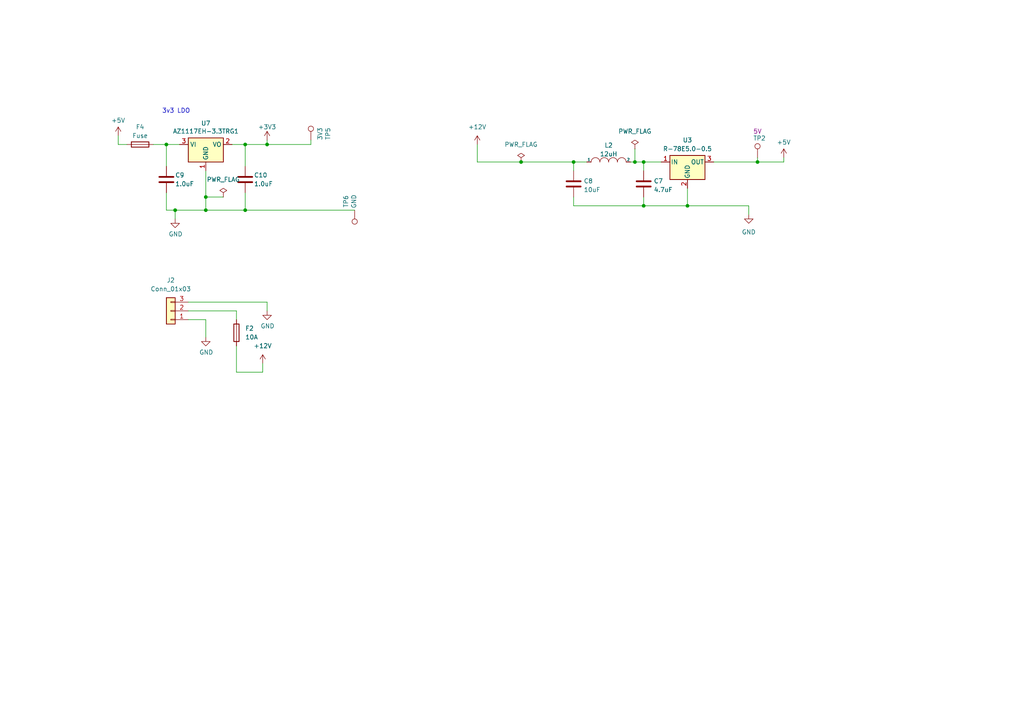
<source format=kicad_sch>
(kicad_sch (version 20230121) (generator eeschema)
  (paper "A4")
  (lib_symbols
    (symbol "Connector:TestPoint" (pin_numbers hide) (pin_names (offset 0.762) hide)
      (property "Reference" "TP" (at 0 6.858 0))
      (property "Value" "TestPoint" (at 0 5.08 0))
      (symbol "TestPoint_0_1"
        (circle (center 0 3.302) (radius 0.762))
      )
      (symbol "TestPoint_1_1"
        (pin passive line (at 0 0 90) (length 2.54) (name "1") (number "1"))
      )
    )
    (symbol "Connector_Generic:Conn_01x03" (pin_names (offset 1.016) hide)
      (property "Reference" "J" (at 0 5.08 0))
      (property "Value" "Conn_01x03" (at 0 -5.08 0))
      (symbol "Conn_01x03_1_1"
        (rectangle (start -1.27 -2.413) (end 0 -2.667) (stroke (width 0.1524)))
        (rectangle (start -1.27 0.127) (end 0 -0.127) (stroke (width 0.1524)))
        (rectangle (start -1.27 2.667) (end 0 2.413) (stroke (width 0.1524)))
        (rectangle (start -1.27 3.81) (end 1.27 -3.81) (stroke (width 0.254)) (fill (type background)))
        (pin passive line (at -5.08 2.54 0) (length 3.81) (name "Pin_1") (number "1"))
        (pin passive line (at -5.08 0 0) (length 3.81) (name "Pin_2") (number "2"))
        (pin passive line (at -5.08 -2.54 0) (length 3.81) (name "Pin_3") (number "3"))
      )
    )
    (symbol "Device:C" (pin_numbers hide) (pin_names (offset 0.254))
      (property "Reference" "C" (at 0.635 2.54 0))
      (property "Value" "C" (at 0.635 -2.54 0))
      (symbol "C_0_1"
        (polyline (pts (xy -2.032 -0.762) (xy 2.032 -0.762)) (stroke (width 0.508)))
        (polyline (pts (xy -2.032 0.762) (xy 2.032 0.762)) (stroke (width 0.508)))
      )
      (symbol "C_1_1"
        (pin passive line (at 0 3.81 270) (length 2.794) (name "~") (number "1"))
        (pin passive line (at 0 -3.81 90) (length 2.794) (name "~") (number "2"))
      )
    )
    (symbol "Device:Fuse" (pin_numbers hide) (pin_names (offset 0))
      (property "Reference" "F" (at 2.032 0 90))
      (property "Value" "Fuse" (at -1.905 0 90))
      (symbol "Fuse_0_1"
        (rectangle (start -0.762 -2.54) (end 0.762 2.54) (stroke (width 0.254)))
        (polyline (pts (xy 0 2.54) (xy 0 -2.54)))
      )
      (symbol "Fuse_1_1"
        (pin passive line (at 0 3.81 270) (length 1.27) (name "~") (number "1"))
        (pin passive line (at 0 -3.81 90) (length 1.27) (name "~") (number "2"))
      )
    )
    (symbol "Regulator_Linear:AP1117-25"
      (property "Reference" "U" (at -3.81 3.175 0))
      (property "Value" "AP1117-25" (at 0 3.175 0))
      (symbol "AP1117-25_0_1"
        (rectangle (start -5.08 -5.08) (end 5.08 1.905) (stroke (width 0.254)) (fill (type background)))
      )
      (symbol "AP1117-25_1_1"
        (pin power_in line (at 0 -7.62 90) (length 2.54) (name "GND") (number "1"))
        (pin power_out line (at 7.62 0 180) (length 2.54) (name "VO") (number "2"))
        (pin power_in line (at -7.62 0 0) (length 2.54) (name "VI") (number "3"))
      )
    )
    (symbol "Regulator_Switching:R-78E5.0-0.5" (pin_names (offset 0.254))
      (property "Reference" "U" (at -3.81 3.175 0))
      (property "Value" "R-78E5.0-0.5" (at 0 3.175 0))
      (symbol "R-78E5.0-0.5_0_1"
        (rectangle (start -5.08 1.905) (end 5.08 -5.08) (stroke (width 0.254)) (fill (type background)))
      )
      (symbol "R-78E5.0-0.5_1_1"
        (pin power_in line (at -7.62 0 0) (length 2.54) (name "IN") (number "1"))
        (pin power_in line (at 0 -7.62 90) (length 2.54) (name "GND") (number "2"))
        (pin power_out line (at 7.62 0 180) (length 2.54) (name "OUT") (number "3"))
      )
    )
    (symbol "device:C" (pin_numbers hide) (pin_names (offset 0.254))
      (property "Reference" "C" (at 0.635 2.54 0))
      (property "Value" "C" (at 0.635 -2.54 0))
      (symbol "C_0_1"
        (polyline (pts (xy -2.032 -0.762) (xy 2.032 -0.762)) (stroke (width 0.508)))
        (polyline (pts (xy -2.032 0.762) (xy 2.032 0.762)) (stroke (width 0.508)))
      )
      (symbol "C_1_1"
        (pin passive line (at 0 3.81 270) (length 2.794) (name "~") (number "1"))
        (pin passive line (at 0 -3.81 90) (length 2.794) (name "~") (number "2"))
      )
    )
    (symbol "power:+12V" (power) (pin_names (offset 0))
      (property "Value" "+12V" (at 0 3.556 0))
      (symbol "+12V_0_1"
        (polyline (pts (xy -0.762 1.27) (xy 0 2.54)))
        (polyline (pts (xy 0 0) (xy 0 2.54)))
        (polyline (pts (xy 0 2.54) (xy 0.762 1.27)))
      )
      (symbol "+12V_1_1"
        (pin power_in line (at 0 0 90) (length 0) hide (name "+12V") (number "1"))
      )
    )
    (symbol "power:+3V3" (power) (pin_names (offset 0))
      (property "Value" "+3V3" (at 0 3.556 0))
      (symbol "+3V3_0_1"
        (polyline (pts (xy -0.762 1.27) (xy 0 2.54)))
        (polyline (pts (xy 0 0) (xy 0 2.54)))
        (polyline (pts (xy 0 2.54) (xy 0.762 1.27)))
      )
      (symbol "+3V3_1_1"
        (pin power_in line (at 0 0 90) (length 0) hide (name "+3V3") (number "1"))
      )
    )
    (symbol "power:+5V" (power) (pin_names (offset 0))
      (property "Value" "+5V" (at 0 3.556 0))
      (symbol "+5V_0_1"
        (polyline (pts (xy -0.762 1.27) (xy 0 2.54)))
        (polyline (pts (xy 0 0) (xy 0 2.54)))
        (polyline (pts (xy 0 2.54) (xy 0.762 1.27)))
      )
      (symbol "+5V_1_1"
        (pin power_in line (at 0 0 90) (length 0) hide (name "+5V") (number "1"))
      )
    )
    (symbol "power:GND" (power) (pin_names (offset 0))
      (property "Value" "GND" (at 0 -3.81 0))
      (symbol "GND_0_1"
        (polyline (pts (xy 0 0) (xy 0 -1.27) (xy 1.27 -1.27) (xy 0 -2.54) (xy -1.27 -1.27) (xy 0 -1.27)))
      )
      (symbol "GND_1_1"
        (pin power_in line (at 0 0 270) (length 0) hide (name "GND") (number "1"))
      )
    )
    (symbol "power:PWR_FLAG" (power) (pin_numbers hide) (pin_names (offset 0) hide)
      (property "Value" "PWR_FLAG" (at 0 3.81 0))
      (symbol "PWR_FLAG_0_0"
        (pin power_out line (at 0 0 90) (length 0) (name "pwr") (number "1"))
      )
      (symbol "PWR_FLAG_0_1"
        (polyline (pts (xy 0 0) (xy 0 1.27) (xy -1.016 1.905) (xy 0 2.54) (xy 1.016 1.905) (xy 0 1.27)))
      )
    )
    (symbol "pspice:INDUCTOR" (pin_numbers hide) (pin_names (offset 0))
      (property "Reference" "L" (at 0 2.54 0))
      (property "Value" "INDUCTOR" (at 0 -1.27 0))
      (symbol "INDUCTOR_0_1"
        (arc (start -2.54 0) (mid -3.81 1.2645) (end -5.08 0))
        (arc (start 0 0) (mid -1.27 1.2645) (end -2.54 0))
        (arc (start 2.54 0) (mid 1.27 1.2645) (end 0 0))
        (arc (start 5.08 0) (mid 3.81 1.2645) (end 2.54 0))
      )
      (symbol "INDUCTOR_1_1"
        (pin input line (at -6.35 0 0) (length 1.27) (name "1") (number "1"))
        (pin input line (at 6.35 0 180) (length 1.27) (name "2") (number "2"))
      )
    )
  )
  (junction (at 186.69 46.99))
  (junction (at 59.69 60.96))
  (junction (at 151.13 46.99))
  (junction (at 219.71 46.99))
  (junction (at 48.26 41.91))
  (junction (at 166.37 46.99))
  (junction (at 50.8 60.96))
  (junction (at 77.47 41.91))
  (junction (at 186.69 59.69))
  (junction (at 59.69 57.15))
  (junction (at 184.15 46.99))
  (junction (at 71.12 41.91))
  (junction (at 71.12 60.96))
  (junction (at 199.39 59.69))
  (wire (pts (xy 219.71 46.99) (xy 227.33 46.99)))
  (wire (pts (xy 48.26 41.91) (xy 52.07 41.91)))
  (wire (pts (xy 48.26 60.96) (xy 50.8 60.96)))
  (wire (pts (xy 67.31 41.91) (xy 71.12 41.91)))
  (wire (pts (xy 186.69 46.99) (xy 191.77 46.99)))
  (wire (pts (xy 184.15 43.18) (xy 184.15 46.99)))
  (wire (pts (xy 34.29 41.91) (xy 34.29 39.37)))
  (wire (pts (xy 77.47 90.17) (xy 77.47 87.63)))
  (wire (pts (xy 71.12 60.96) (xy 102.87 60.96)))
  (wire (pts (xy 166.37 46.99) (xy 166.37 49.53)))
  (wire (pts (xy 199.39 54.61) (xy 199.39 59.69)))
  (wire (pts (xy 48.26 55.88) (xy 48.26 60.96)))
  (wire (pts (xy 68.58 107.95) (xy 76.2 107.95)))
  (wire (pts (xy 77.47 41.91) (xy 77.47 40.64)))
  (wire (pts (xy 48.26 41.91) (xy 48.26 48.26)))
  (wire (pts (xy 166.37 46.99) (xy 170.18 46.99)))
  (wire (pts (xy 199.39 59.69) (xy 217.17 59.69)))
  (wire (pts (xy 59.69 60.96) (xy 71.12 60.96)))
  (wire (pts (xy 44.45 41.91) (xy 48.26 41.91)))
  (wire (pts (xy 77.47 41.91) (xy 90.17 41.91)))
  (wire (pts (xy 138.43 41.91) (xy 138.43 46.99)))
  (wire (pts (xy 54.61 92.71) (xy 59.69 92.71)))
  (wire (pts (xy 71.12 55.88) (xy 71.12 60.96)))
  (wire (pts (xy 68.58 90.17) (xy 54.61 90.17)))
  (wire (pts (xy 184.15 46.99) (xy 186.69 46.99)))
  (wire (pts (xy 59.69 49.53) (xy 59.69 57.15)))
  (wire (pts (xy 227.33 45.72) (xy 227.33 46.99)))
  (wire (pts (xy 207.01 46.99) (xy 219.71 46.99)))
  (wire (pts (xy 151.13 46.99) (xy 166.37 46.99)))
  (wire (pts (xy 50.8 60.96) (xy 59.69 60.96)))
  (wire (pts (xy 182.88 46.99) (xy 184.15 46.99)))
  (wire (pts (xy 166.37 57.15) (xy 166.37 59.69)))
  (wire (pts (xy 186.69 59.69) (xy 199.39 59.69)))
  (wire (pts (xy 186.69 57.15) (xy 186.69 59.69)))
  (wire (pts (xy 34.29 41.91) (xy 36.83 41.91)))
  (wire (pts (xy 138.43 46.99) (xy 151.13 46.99)))
  (wire (pts (xy 59.69 92.71) (xy 59.69 97.79)))
  (wire (pts (xy 217.17 59.69) (xy 217.17 62.23)))
  (wire (pts (xy 186.69 46.99) (xy 186.69 49.53)))
  (wire (pts (xy 71.12 41.91) (xy 77.47 41.91)))
  (wire (pts (xy 50.8 63.5) (xy 50.8 60.96)))
  (wire (pts (xy 59.69 57.15) (xy 59.69 60.96)))
  (wire (pts (xy 77.47 87.63) (xy 54.61 87.63)))
  (wire (pts (xy 68.58 107.95) (xy 68.58 100.33)))
  (wire (pts (xy 76.2 105.41) (xy 76.2 107.95)))
  (wire (pts (xy 166.37 59.69) (xy 186.69 59.69)))
  (wire (pts (xy 59.69 57.15) (xy 64.77 57.15)))
  (wire (pts (xy 68.58 92.71) (xy 68.58 90.17)))
  (wire (pts (xy 71.12 48.26) (xy 71.12 41.91)))
  (wire (pts (xy 219.71 45.72) (xy 219.71 46.99)))
  (wire (pts (xy 90.17 41.91) (xy 90.17 40.64)))
  (text "3v3 LDO" (at 46.99 33.02 0) (effects (font (size 1.27 1.27)) (justify left bottom)))
  (symbol (lib_id "Device:Fuse") (at 40.64 41.91 90) (unit 1)
    (property "Reference" "F4" (at 40.64 36.83 90))
    (property "Value" "Fuse" (at 40.64 39.37 90))
    (property "Footprint" "Fuse:Fuse_0603_1608Metric" (effects hide))
  )
  (symbol (lib_id "power:GND") (at 77.47 90.17 0) (unit 1)
    (property "Reference" "#PWR014" (effects hide))
    (property "Value" "GND" (at 77.597 94.5642 0))
    (instances (project "WaterBlaster" (path "" (reference "#PWR014") (unit 1))) (project "CANalyzer_v4.0" (path "" (reference "#PWR048") (unit 1))) (project "WaterBlasterV2" (path "" (reference "#PWR041") (unit 1))) (project "CANalyzer_v3.0" (path "" (reference "#PWR0114") (unit 1))))
  )
  (symbol (lib_id "Regulator_Linear:AP1117-25") (at 59.69 41.91 0) (unit 1)
    (property "Reference" "U7" (at 59.69 35.7632 0))
    (property "Value" "AZ1117EH-3.3TRG1" (at 59.69 38.0746 0))
    (property "Footprint" "Package_TO_SOT_SMD:SOT-223-3_TabPin2" (effects hide))
    (property "Datasheet" "http://www.diodes.com/datasheets/AP1117.pdf" (effects hide))
    (property "MPN" "AZ1117EH-3.3TRG1" (effects hide))
    (instances (project "WaterBlaster" (path "" (reference "U7") (unit 1))) (project "CANalyzer_v4.0" (path "" (reference "U11") (unit 1))) (project "WaterBlasterV2" (path "" (reference "U1") (unit 1))) (project "CANalyzer_v3.0" (path "" (reference "U6") (unit 1))))
  )
  (symbol (lib_id "power:+5V") (at 34.29 39.37 0) (unit 1)
    (property "Reference" "#PWR016" (effects hide))
    (property "Value" "+5V" (at 34.29 34.925 0))
    (instances (project "WaterBlaster" (path "" (reference "#PWR016") (unit 1))) (project "CANalyzer_v4.0" (path "" (reference "#PWR030") (unit 1))) (project "WaterBlasterV2" (path "" (reference "#PWR01") (unit 1))))
  )
  (symbol (lib_id "Connector:TestPoint") (at 102.87 60.96 180) (unit 1)
    (property "Reference" "TP6" (at 100.33 58.42 90))
    (property "Value" "GND" (at 102.6414 58.42 90))
    (property "Footprint" "TestPoint:TestPoint_THTPad_D1.0mm_Drill0.5mm" (effects hide))
    (property "Note" "GND" (effects hide))
    (property "DNP" "DNP" (effects hide))
    (instances (project "WaterBlaster" (path "" (reference "TP6") (unit 1))) (project "CANalyzer_v4.0" (path "" (reference "TP15") (unit 1))) (project "WaterBlasterV2" (path "" (reference "TP2") (unit 1))) (project "CANalyzer_v3.0" (path "" (reference "TP16") (unit 1))))
  )
  (symbol (lib_id "pspice:INDUCTOR") (at 176.53 46.99 0) (unit 1)
    (property "Reference" "L2" (at 176.53 42.1472 0))
    (property "Value" "12uH" (at 176.53 44.6841 0))
    (property "Footprint" "Inductor_SMD:L_7.3x7.3_H3.5" (effects hide))
    (property "MPN" "1231AS-H-120M=P3" (effects hide))
    (instances (project "WaterBlaster" (path "" (reference "L2") (unit 1))) (project "CANalyzer_v4.0" (path "" (reference "L1") (unit 1))) (project "WaterBlasterV2" (path "" (reference "L1") (unit 1))))
  )
  (symbol (lib_id "device:C") (at 48.26 52.07 0) (unit 1)
    (property "Reference" "C9" (at 50.8 50.8 0) (effects (justify left)))
    (property "Value" "1.0uF" (at 50.8 53.34 0) (effects (justify left)))
    (property "Footprint" "Capacitor_SMD:C_0603_1608Metric_Pad1.08x0.95mm_HandSolder" (effects hide))
    (property "Note" "10V X5R 0603" (effects hide))
    (property "MPN" "CAP CER 1UF 10V X5R 0603" (effects hide))
    (instances (project "WaterBlaster" (path "" (reference "C9") (unit 1))) (project "CANalyzer_v4.0" (path "" (reference "C31") (unit 1))) (project "WaterBlasterV2" (path "" (reference "C1") (unit 1))) (project "CANalyzer_v3.0" (path "" (reference "C?") (unit 1)) (path "" (reference "C15") (unit 1)) (path "" (reference "C?") (unit 1)) (path "" (reference "C?") (unit 1))))
  )
  (symbol (lib_id "power:+3V3") (at 77.47 40.64 0) (unit 1)
    (property "Reference" "#PWR015" (effects hide))
    (property "Value" "+3V3" (at 77.47 36.83 0))
    (instances (project "WaterBlaster" (path "" (reference "#PWR015") (unit 1))) (project "CANalyzer_v4.0" (path "" (reference "#PWR049") (unit 1))) (project "WaterBlasterV2" (path "" (reference "#PWR03") (unit 1))) (project "CANalyzer_v3.0" (path "" (reference "#PWR?") (unit 1)) (path "" (reference "#PWR0108") (unit 1)) (path "" (reference "#PWR?") (unit 1)) (path "" (reference "#PWR?") (unit 1))))
  )
  (symbol (lib_id "Regulator_Switching:R-78E5.0-0.5") (at 199.39 46.99 0) (unit 1)
    (property "Reference" "U3" (at 199.39 40.64 0))
    (property "Value" "R-78E5.0-0.5" (at 199.39 43.18 0))
    (property "Footprint" "Converter_DCDC:Converter_DCDC_RECOM_R-78E-0.5_THT" (effects hide))
    (property "Datasheet" "https://www.recom-power.com/pdf/Innoline/R-78Exx-0.5.pdf" (effects hide))
    (instances (project "WaterBlaster" (path "" (reference "U3") (unit 1))) (project "WaterBlasterV2" (path "" (reference "U2") (unit 1))))
  )
  (symbol (lib_id "Connector_Generic:Conn_01x03") (at 49.53 90.17 180) (unit 1)
    (property "Reference" "J2" (at 49.53 81.28 0))
    (property "Value" "Conn_01x03" (at 49.53 83.82 0))
    (property "Footprint" "Connector_Molex:Molex_Micro-Fit_3.0_43650-0300_1x03_P3.00mm_Horizontal" (effects hide))
    (instances (project "WaterBlaster" (path "" (reference "J2") (unit 1))) (project "WaterBlasterV2" (path "" (reference "J15") (unit 1))))
  )
  (symbol (lib_id "power:GND") (at 59.69 97.79 0) (unit 1)
    (property "Reference" "#PWR014" (effects hide))
    (property "Value" "GND" (at 59.817 102.1842 0))
    (instances (project "WaterBlaster" (path "" (reference "#PWR014") (unit 1))) (project "CANalyzer_v4.0" (path "" (reference "#PWR048") (unit 1))) (project "WaterBlasterV2" (path "" (reference "#PWR042") (unit 1))) (project "CANalyzer_v3.0" (path "" (reference "#PWR0114") (unit 1))))
  )
  (symbol (lib_id "power:PWR_FLAG") (at 184.15 43.18 0) (unit 1)
    (property "Reference" "#FLG02" (effects hide))
    (property "Value" "PWR_FLAG" (at 184.15 38.1 0))
    (instances (project "WaterBlaster" (path "" (reference "#FLG02") (unit 1))) (project "CANalyzer_v4.0" (path "" (reference "#FLG02") (unit 1))) (project "WaterBlasterV2" (path "" (reference "#FLG01") (unit 1))))
  )
  (symbol (lib_id "Device:C") (at 166.37 53.34 0) (unit 1)
    (property "Reference" "C8" (at 169.291 52.5053 0) (effects (justify left)))
    (property "Value" "10uF" (at 169.291 55.0422 0) (effects (justify left)))
    (property "Footprint" "Capacitor_SMD:C_0603_1608Metric_Pad1.08x0.95mm_HandSolder" (effects hide))
    (property "MPN" "CAP CER 10UF 100V X5R 0603" (effects hide))
    (instances (project "WaterBlaster" (path "" (reference "C8") (unit 1))) (project "CANalyzer_v4.0" (path "" (reference "C14") (unit 1))) (project "WaterBlasterV2" (path "" (reference "C3") (unit 1))))
  )
  (symbol (lib_id "power:GND") (at 217.17 62.23 0) (unit 1)
    (property "Reference" "#PWR06" (effects hide))
    (property "Value" "GND" (at 217.17 67.31 0))
    (instances (project "WaterBlaster" (path "" (reference "#PWR06") (unit 1))) (project "CANalyzer_v4.0" (path "" (reference "#PWR029") (unit 1))) (project "WaterBlasterV2" (path "" (reference "#PWR05") (unit 1))))
  )
  (symbol (lib_id "Device:C") (at 186.69 53.34 0) (unit 1)
    (property "Reference" "C7" (at 189.611 52.5053 0) (effects (justify left)))
    (property "Value" "4.7uF" (at 189.611 55.0422 0) (effects (justify left)))
    (property "Footprint" "Capacitor_SMD:C_0603_1608Metric_Pad1.08x0.95mm_HandSolder" (effects hide))
    (property "MPN" "CAP CER 4.7UF 50V X5R 0603" (effects hide))
    (instances (project "WaterBlaster" (path "" (reference "C7") (unit 1))) (project "CANalyzer_v4.0" (path "" (reference "C15") (unit 1))) (project "WaterBlasterV2" (path "" (reference "C4") (unit 1))))
  )
  (symbol (lib_id "power:PWR_FLAG") (at 151.13 46.99 0) (unit 1)
    (property "Reference" "#FLG03" (effects hide))
    (property "Value" "PWR_FLAG" (at 151.13 41.91 0))
  )
  (symbol (lib_id "power:PWR_FLAG") (at 64.77 57.15 0) (unit 1)
    (property "Reference" "#FLG02" (effects hide))
    (property "Value" "PWR_FLAG" (at 64.77 52.07 0))
  )
  (symbol (lib_id "Connector:TestPoint") (at 90.17 40.64 0) (unit 1)
    (property "Reference" "TP5" (at 95.123 38.8112 90))
    (property "Value" "3V3" (at 92.8116 38.8112 90))
    (property "Footprint" "TestPoint:TestPoint_THTPad_D1.0mm_Drill0.5mm" (effects hide))
    (property "Note" "3V" (effects hide))
    (property "DNP" "DNP" (effects hide))
    (instances (project "WaterBlaster" (path "" (reference "TP5") (unit 1))) (project "CANalyzer_v4.0" (path "" (reference "TP14") (unit 1))) (project "WaterBlasterV2" (path "" (reference "TP1") (unit 1))) (project "CANalyzer_v3.0" (path "" (reference "TP15") (unit 1))))
  )
  (symbol (lib_id "Connector:TestPoint") (at 219.71 45.72 0) (unit 1)
    (property "Reference" "TP2" (at 218.44 39.37 0) (effects (justify left top)))
    (property "Value" "5v Protected" (effects hide))
    (property "Footprint" "TestPoint:TestPoint_THTPad_D1.0mm_Drill0.5mm" (effects hide))
    (property "Note" "5V" (at 219.71 38.1 0))
    (instances (project "WaterBlaster" (path "" (reference "TP2") (unit 1))) (project "CANalyzer_v4.0" (path "" (reference "TP1") (unit 1))) (project "WaterBlasterV2" (path "" (reference "TP3") (unit 1))))
  )
  (symbol (lib_id "device:C") (at 71.12 52.07 0) (unit 1)
    (property "Reference" "C10" (at 73.66 50.8 0) (effects (justify left)))
    (property "Value" "1.0uF" (at 73.66 53.34 0) (effects (justify left)))
    (property "Footprint" "Capacitor_SMD:C_0603_1608Metric_Pad1.08x0.95mm_HandSolder" (effects hide))
    (property "Note" "10V X5R 0603 20%" (effects hide))
    (property "MPN" "CAP CER 1UF 10V X5R 0603" (effects hide))
    (instances (project "WaterBlaster" (path "" (reference "C10") (unit 1))) (project "CANalyzer_v4.0" (path "" (reference "C32") (unit 1))) (project "WaterBlasterV2" (path "" (reference "C2") (unit 1))) (project "CANalyzer_v3.0" (path "" (reference "C?") (unit 1)) (path "" (reference "C17") (unit 1)) (path "" (reference "C?") (unit 1)) (path "" (reference "C?") (unit 1))))
  )
  (symbol (lib_id "power:+12V") (at 138.43 41.91 0) (unit 1)
    (property "Reference" "#PWR04" (effects hide))
    (property "Value" "+12V" (at 138.43 36.83 0))
  )
  (symbol (lib_id "power:GND") (at 50.8 63.5 0) (unit 1)
    (property "Reference" "#PWR014" (effects hide))
    (property "Value" "GND" (at 50.927 67.8942 0))
    (instances (project "WaterBlaster" (path "" (reference "#PWR014") (unit 1))) (project "CANalyzer_v4.0" (path "" (reference "#PWR048") (unit 1))) (project "WaterBlasterV2" (path "" (reference "#PWR02") (unit 1))) (project "CANalyzer_v3.0" (path "" (reference "#PWR0114") (unit 1))))
  )
  (symbol (lib_id "Device:Fuse") (at 68.58 96.52 0) (unit 1)
    (property "Reference" "F2" (at 71.12 95.25 0) (effects (justify left)))
    (property "Value" "10A" (at 71.12 97.79 0) (effects (justify left)))
    (property "Footprint" "Fuse:Fuse_1206_3216Metric" (effects hide))
    (instances (project "WaterBlaster" (path "" (reference "F2") (unit 1))) (project "WaterBlasterV2" (path "" (reference "F1") (unit 1))))
  )
  (symbol (lib_id "power:+12V") (at 76.2 105.41 0) (unit 1)
    (property "Reference" "#PWR043" (effects hide))
    (property "Value" "+12V" (at 76.2 100.33 0))
  )
  (symbol (lib_id "power:+5V") (at 227.33 45.72 0) (unit 1)
    (property "Reference" "#PWR07" (effects hide))
    (property "Value" "+5V" (at 227.33 41.275 0))
    (instances (project "WaterBlaster" (path "" (reference "#PWR07") (unit 1))) (project "CANalyzer_v4.0" (path "" (reference "#PWR030") (unit 1))) (project "WaterBlasterV2" (path "" (reference "#PWR06") (unit 1))))
  )
)
</source>
